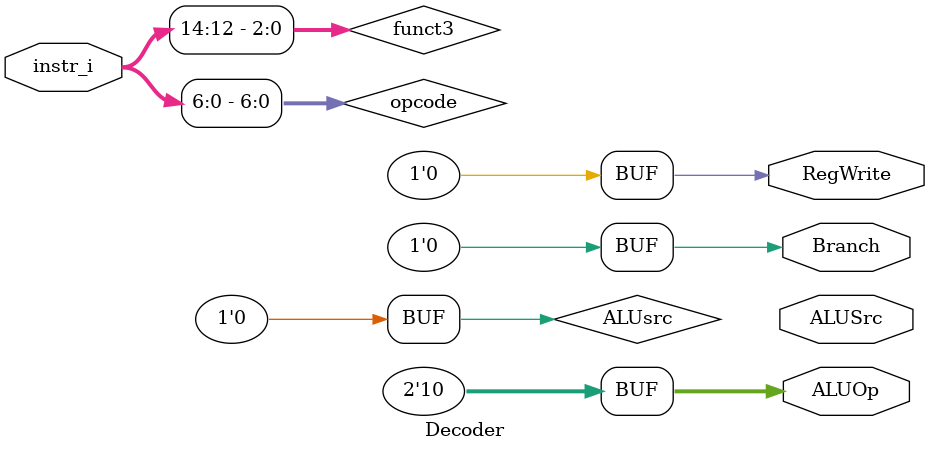
<source format=v>
/***************************************************
Student Name: 
Student ID: 
***************************************************/

`timescale 1ns/1ps

module Decoder(
	input [32-1:0] 	instr_i,
	output wire			ALUSrc,
	output wire			RegWrite,
	output wire			Branch,
	output wire [2-1:0]	ALUOp
	);
	
//Internal Signals
wire	[7-1:0]		opcode;
wire 	[3-1:0]		funct3;
wire	[3-1:0]		Instr_field;
wire	[9-1:0]		Ctrl_o;

assign opcode=instr_i[6:0];
assign funct3=instr_i[14:12];

assign ALUsrc=0;
assign Branch=0;
assign RegWrite=0;
assign ALUOp=2'b10;



endmodule





                    
                    
</source>
